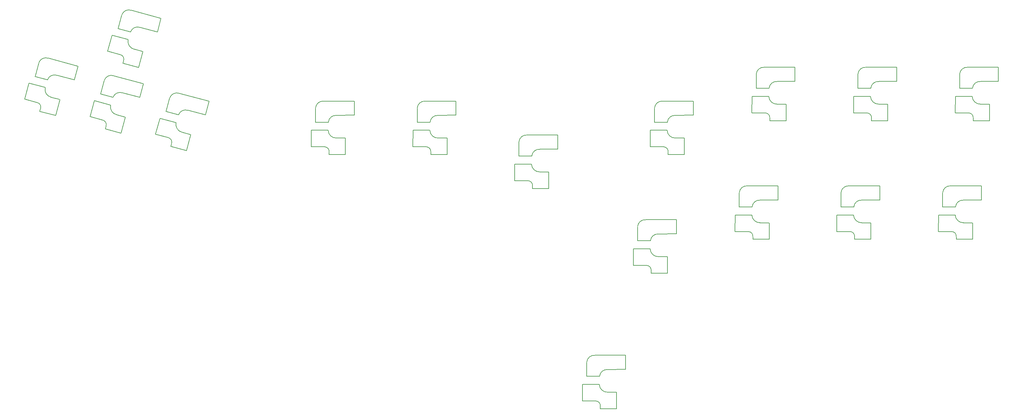
<source format=gbo>
%TF.GenerationSoftware,KiCad,Pcbnew,(6.0.8)*%
%TF.CreationDate,2023-05-29T22:58:42+07:00*%
%TF.ProjectId,hitmixbox002,6869746d-6978-4626-9f78-3030322e6b69,rev?*%
%TF.SameCoordinates,Original*%
%TF.FileFunction,Legend,Bot*%
%TF.FilePolarity,Positive*%
%FSLAX46Y46*%
G04 Gerber Fmt 4.6, Leading zero omitted, Abs format (unit mm)*
G04 Created by KiCad (PCBNEW (6.0.8)) date 2023-05-29 22:58:42*
%MOMM*%
%LPD*%
G01*
G04 APERTURE LIST*
%ADD10C,0.150000*%
G04 APERTURE END LIST*
D10*
%TO.C,SW11*%
X304668750Y-122843750D02*
X304643750Y-127443750D01*
X305843750Y-120547750D02*
X309453750Y-120547750D01*
X316743750Y-114639750D02*
X308118750Y-114639750D01*
X316743750Y-118547750D02*
X316743750Y-114639750D01*
X309368750Y-122818750D02*
X304668750Y-122818750D01*
X314243750Y-125043750D02*
X314243750Y-129643750D01*
X309663750Y-128943750D02*
X309663750Y-129643750D01*
X308443750Y-127468750D02*
X304668750Y-127468750D01*
X314218750Y-125018750D02*
X311668750Y-125018750D01*
X305843750Y-116593750D02*
X305843750Y-120538750D01*
X316743750Y-118593750D02*
X311693750Y-118639750D01*
X314218750Y-129668750D02*
X309668750Y-129668750D01*
X308118750Y-114639750D02*
G75*
G03*
X305854750Y-116523750I-190000J-2074000D01*
G01*
X311718750Y-118643750D02*
G75*
G03*
X309458750Y-120523750I-190000J-2070000D01*
G01*
X309663750Y-128893750D02*
G75*
G03*
X308443750Y-127473750I-1320000J100000D01*
G01*
X309373750Y-122843750D02*
G75*
G03*
X311743750Y-125013750I2270000J100000D01*
G01*
%TO.C,SW15*%
X309456250Y-158356250D02*
X306906250Y-158356250D01*
X311981250Y-147977250D02*
X303356250Y-147977250D01*
X303681250Y-160806250D02*
X299906250Y-160806250D01*
X301081250Y-149931250D02*
X301081250Y-153876250D01*
X311981250Y-151931250D02*
X306931250Y-151977250D01*
X304606250Y-156156250D02*
X299906250Y-156156250D01*
X309456250Y-163006250D02*
X304906250Y-163006250D01*
X309481250Y-158381250D02*
X309481250Y-162981250D01*
X301081250Y-153885250D02*
X304691250Y-153885250D01*
X299906250Y-156181250D02*
X299881250Y-160781250D01*
X304901250Y-162281250D02*
X304901250Y-162981250D01*
X311981250Y-151885250D02*
X311981250Y-147977250D01*
X304611250Y-156181250D02*
G75*
G03*
X306981250Y-158351250I2270000J100000D01*
G01*
X306956250Y-151981250D02*
G75*
G03*
X304696250Y-153861250I-190000J-2070000D01*
G01*
X304901250Y-162231250D02*
G75*
G03*
X303681250Y-160811250I-1320000J100000D01*
G01*
X303356250Y-147977250D02*
G75*
G03*
X301092250Y-149861250I-190000J-2074000D01*
G01*
%TO.C,SW12*%
X338238750Y-128943750D02*
X338238750Y-129643750D01*
X337018750Y-127468750D02*
X333243750Y-127468750D01*
X345318750Y-118593750D02*
X340268750Y-118639750D01*
X345318750Y-114639750D02*
X336693750Y-114639750D01*
X333243750Y-122843750D02*
X333218750Y-127443750D01*
X342793750Y-125018750D02*
X340243750Y-125018750D01*
X345318750Y-118547750D02*
X345318750Y-114639750D01*
X342818750Y-125043750D02*
X342818750Y-129643750D01*
X337943750Y-122818750D02*
X333243750Y-122818750D01*
X334418750Y-120547750D02*
X338028750Y-120547750D01*
X342793750Y-129668750D02*
X338243750Y-129668750D01*
X334418750Y-116593750D02*
X334418750Y-120538750D01*
X336693750Y-114639750D02*
G75*
G03*
X334429750Y-116523750I-190000J-2074000D01*
G01*
X340293750Y-118643750D02*
G75*
G03*
X338033750Y-120523750I-190000J-2070000D01*
G01*
X338238750Y-128893750D02*
G75*
G03*
X337018750Y-127473750I-1320000J100000D01*
G01*
X337948750Y-122843750D02*
G75*
G03*
X340318750Y-125013750I2270000J100000D01*
G01*
%TO.C,SW3*%
X105107226Y-119270813D02*
X96776115Y-117038499D01*
X95866642Y-125262330D02*
X91326790Y-124045880D01*
X104095761Y-123045651D02*
X105107226Y-119270813D01*
X94566323Y-131254977D02*
X94385150Y-131931125D01*
X94072902Y-118337105D02*
X93051861Y-122147682D01*
X99999658Y-128673258D02*
X98809090Y-133116517D01*
X98778472Y-133134194D02*
X94383509Y-131956568D01*
X91320320Y-124070029D02*
X90105604Y-128506817D01*
X99981980Y-128642639D02*
X97518869Y-127982651D01*
X93769652Y-129514477D02*
X90123282Y-128537436D01*
X104083855Y-123090084D02*
X99194024Y-121827480D01*
X93049531Y-122156375D02*
X96536524Y-123090712D01*
X95865001Y-125287772D02*
G75*
G03*
X97592608Y-127997232I2218533J-490927D01*
G01*
X99217137Y-121837814D02*
G75*
G03*
X96547565Y-123068824I-719281J-1950291D01*
G01*
X96776115Y-117038498D02*
G75*
G03*
X94101644Y-118272337I-720316J-1954155D01*
G01*
X94579264Y-131206681D02*
G75*
G03*
X93768358Y-129519307I-1249140J438234D01*
G01*
%TO.C,SW13*%
X254831250Y-161456250D02*
X249781250Y-161502250D01*
X254831250Y-157502250D02*
X246206250Y-157502250D01*
X243931250Y-159456250D02*
X243931250Y-163401250D01*
X246531250Y-170331250D02*
X242756250Y-170331250D01*
X252306250Y-172531250D02*
X247756250Y-172531250D01*
X243931250Y-163410250D02*
X247541250Y-163410250D01*
X252331250Y-167906250D02*
X252331250Y-172506250D01*
X247456250Y-165681250D02*
X242756250Y-165681250D01*
X247751250Y-171806250D02*
X247751250Y-172506250D01*
X254831250Y-161410250D02*
X254831250Y-157502250D01*
X252306250Y-167881250D02*
X249756250Y-167881250D01*
X242756250Y-165706250D02*
X242731250Y-170306250D01*
X249806250Y-161506250D02*
G75*
G03*
X247546250Y-163386250I-190000J-2070000D01*
G01*
X247461250Y-165706250D02*
G75*
G03*
X249831250Y-167876250I2270000J100000D01*
G01*
X247751250Y-171756250D02*
G75*
G03*
X246531250Y-170336250I-1320000J100000D01*
G01*
X246206250Y-157502250D02*
G75*
G03*
X243942250Y-159386250I-190000J-2074000D01*
G01*
%TO.C,SW9*%
X259593750Y-128072750D02*
X259593750Y-124164750D01*
X257068750Y-134543750D02*
X254518750Y-134543750D01*
X248693750Y-126118750D02*
X248693750Y-130063750D01*
X257093750Y-134568750D02*
X257093750Y-139168750D01*
X248693750Y-130072750D02*
X252303750Y-130072750D01*
X259593750Y-128118750D02*
X254543750Y-128164750D01*
X247518750Y-132368750D02*
X247493750Y-136968750D01*
X259593750Y-124164750D02*
X250968750Y-124164750D01*
X251293750Y-136993750D02*
X247518750Y-136993750D01*
X252218750Y-132343750D02*
X247518750Y-132343750D01*
X252513750Y-138468750D02*
X252513750Y-139168750D01*
X257068750Y-139193750D02*
X252518750Y-139193750D01*
X250968750Y-124164750D02*
G75*
G03*
X248704750Y-126048750I-190000J-2074000D01*
G01*
X252513750Y-138418750D02*
G75*
G03*
X251293750Y-136998750I-1320000J100000D01*
G01*
X252223750Y-132368750D02*
G75*
G03*
X254593750Y-134538750I2270000J100000D01*
G01*
X254568750Y-128168750D02*
G75*
G03*
X252308750Y-130048750I-190000J-2070000D01*
G01*
%TO.C,SW10*%
X288168750Y-118547750D02*
X288168750Y-114639750D01*
X285643750Y-125018750D02*
X283093750Y-125018750D01*
X279868750Y-127468750D02*
X276093750Y-127468750D01*
X288168750Y-118593750D02*
X283118750Y-118639750D01*
X277268750Y-120547750D02*
X280878750Y-120547750D01*
X281088750Y-128943750D02*
X281088750Y-129643750D01*
X285643750Y-129668750D02*
X281093750Y-129668750D01*
X280793750Y-122818750D02*
X276093750Y-122818750D01*
X288168750Y-114639750D02*
X279543750Y-114639750D01*
X285668750Y-125043750D02*
X285668750Y-129643750D01*
X277268750Y-116593750D02*
X277268750Y-120538750D01*
X276093750Y-122843750D02*
X276068750Y-127443750D01*
X281088750Y-128893750D02*
G75*
G03*
X279868750Y-127473750I-1320000J100000D01*
G01*
X283143750Y-118643750D02*
G75*
G03*
X280883750Y-120523750I-190000J-2070000D01*
G01*
X279543750Y-114639750D02*
G75*
G03*
X277279750Y-116523750I-190000J-2074000D01*
G01*
X280798750Y-122843750D02*
G75*
G03*
X283168750Y-125013750I2270000J100000D01*
G01*
%TO.C,SW2*%
X85682968Y-118159581D02*
X80793137Y-116896977D01*
X81598771Y-123742755D02*
X80408203Y-128186014D01*
X75368765Y-124583974D02*
X71722395Y-123606933D01*
X86706339Y-114340310D02*
X78375228Y-112107996D01*
X74648644Y-117225872D02*
X78135637Y-118160209D01*
X76165436Y-126324474D02*
X75984263Y-127000622D01*
X85694874Y-118115148D02*
X86706339Y-114340310D01*
X72919433Y-119139526D02*
X71704717Y-123576314D01*
X80377585Y-128203691D02*
X75982622Y-127026065D01*
X75672015Y-113406602D02*
X74650974Y-117217179D01*
X77465755Y-120331827D02*
X72925903Y-119115377D01*
X81581093Y-123712136D02*
X79117982Y-123052148D01*
X77464114Y-120357269D02*
G75*
G03*
X79191721Y-123066729I2218533J-490927D01*
G01*
X80816250Y-116907311D02*
G75*
G03*
X78146678Y-118138321I-719281J-1950291D01*
G01*
X78375228Y-112107995D02*
G75*
G03*
X75700757Y-113341834I-720316J-1954155D01*
G01*
X76178377Y-126276178D02*
G75*
G03*
X75367471Y-124588804I-1249140J438234D01*
G01*
%TO.C,SW6*%
X192918750Y-128118750D02*
X187868750Y-128164750D01*
X190393750Y-134543750D02*
X187843750Y-134543750D01*
X192918750Y-124164750D02*
X184293750Y-124164750D01*
X185838750Y-138468750D02*
X185838750Y-139168750D01*
X182018750Y-130072750D02*
X185628750Y-130072750D01*
X190393750Y-139193750D02*
X185843750Y-139193750D01*
X185543750Y-132343750D02*
X180843750Y-132343750D01*
X182018750Y-126118750D02*
X182018750Y-130063750D01*
X184618750Y-136993750D02*
X180843750Y-136993750D01*
X192918750Y-128072750D02*
X192918750Y-124164750D01*
X180843750Y-132368750D02*
X180818750Y-136968750D01*
X190418750Y-134568750D02*
X190418750Y-139168750D01*
X185838750Y-138418750D02*
G75*
G03*
X184618750Y-136998750I-1320000J100000D01*
G01*
X185548750Y-132368750D02*
G75*
G03*
X187918750Y-134538750I2270000J100000D01*
G01*
X184293750Y-124164750D02*
G75*
G03*
X182029750Y-126048750I-190000J-2074000D01*
G01*
X187893750Y-128168750D02*
G75*
G03*
X185633750Y-130048750I-190000J-2070000D01*
G01*
%TO.C,SW5*%
X156968750Y-132343750D02*
X152268750Y-132343750D01*
X164343750Y-124164750D02*
X155718750Y-124164750D01*
X153443750Y-126118750D02*
X153443750Y-130063750D01*
X164343750Y-128072750D02*
X164343750Y-124164750D01*
X153443750Y-130072750D02*
X157053750Y-130072750D01*
X161843750Y-134568750D02*
X161843750Y-139168750D01*
X157263750Y-138468750D02*
X157263750Y-139168750D01*
X152268750Y-132368750D02*
X152243750Y-136968750D01*
X164343750Y-128118750D02*
X159293750Y-128164750D01*
X161818750Y-139193750D02*
X157268750Y-139193750D01*
X156043750Y-136993750D02*
X152268750Y-136993750D01*
X161818750Y-134543750D02*
X159268750Y-134543750D01*
X155718750Y-124164750D02*
G75*
G03*
X153454750Y-126048750I-190000J-2074000D01*
G01*
X156973750Y-132368750D02*
G75*
G03*
X159343750Y-134538750I2270000J100000D01*
G01*
X159318750Y-128168750D02*
G75*
G03*
X157058750Y-130048750I-190000J-2070000D01*
G01*
X157263750Y-138418750D02*
G75*
G03*
X156043750Y-136998750I-1320000J100000D01*
G01*
%TO.C,SW7*%
X221493750Y-137597750D02*
X221493750Y-133689750D01*
X210593750Y-135643750D02*
X210593750Y-139588750D01*
X214118750Y-141868750D02*
X209418750Y-141868750D01*
X221493750Y-133689750D02*
X212868750Y-133689750D01*
X210593750Y-139597750D02*
X214203750Y-139597750D01*
X218968750Y-148718750D02*
X214418750Y-148718750D01*
X214413750Y-147993750D02*
X214413750Y-148693750D01*
X221493750Y-137643750D02*
X216443750Y-137689750D01*
X209418750Y-141893750D02*
X209393750Y-146493750D01*
X213193750Y-146518750D02*
X209418750Y-146518750D01*
X218993750Y-144093750D02*
X218993750Y-148693750D01*
X218968750Y-144068750D02*
X216418750Y-144068750D01*
X216468750Y-137693750D02*
G75*
G03*
X214208750Y-139573750I-190000J-2070000D01*
G01*
X214413750Y-147943750D02*
G75*
G03*
X213193750Y-146523750I-1320000J100000D01*
G01*
X212868750Y-133689750D02*
G75*
G03*
X210604750Y-135573750I-190000J-2074000D01*
G01*
X214123750Y-141893750D02*
G75*
G03*
X216493750Y-144063750I2270000J100000D01*
G01*
%TO.C,SW14*%
X271331250Y-156181250D02*
X271306250Y-160781250D01*
X283406250Y-151931250D02*
X278356250Y-151977250D01*
X276031250Y-156156250D02*
X271331250Y-156156250D01*
X272506250Y-153885250D02*
X276116250Y-153885250D01*
X276326250Y-162281250D02*
X276326250Y-162981250D01*
X283406250Y-151885250D02*
X283406250Y-147977250D01*
X280881250Y-158356250D02*
X278331250Y-158356250D01*
X283406250Y-147977250D02*
X274781250Y-147977250D01*
X280906250Y-158381250D02*
X280906250Y-162981250D01*
X280881250Y-163006250D02*
X276331250Y-163006250D01*
X275106250Y-160806250D02*
X271331250Y-160806250D01*
X272506250Y-149931250D02*
X272506250Y-153876250D01*
X276036250Y-156181250D02*
G75*
G03*
X278406250Y-158351250I2270000J100000D01*
G01*
X278381250Y-151981250D02*
G75*
G03*
X276121250Y-153861250I-190000J-2070000D01*
G01*
X274781250Y-147977250D02*
G75*
G03*
X272517250Y-149861250I-190000J-2074000D01*
G01*
X276326250Y-162231250D02*
G75*
G03*
X275106250Y-160811250I-1320000J100000D01*
G01*
%TO.C,SW16*%
X338056250Y-158381250D02*
X338056250Y-162981250D01*
X340556250Y-147977250D02*
X331931250Y-147977250D01*
X338031250Y-163006250D02*
X333481250Y-163006250D01*
X333476250Y-162281250D02*
X333476250Y-162981250D01*
X333181250Y-156156250D02*
X328481250Y-156156250D01*
X340556250Y-151885250D02*
X340556250Y-147977250D01*
X329656250Y-153885250D02*
X333266250Y-153885250D01*
X332256250Y-160806250D02*
X328481250Y-160806250D01*
X329656250Y-149931250D02*
X329656250Y-153876250D01*
X338031250Y-158356250D02*
X335481250Y-158356250D01*
X328481250Y-156181250D02*
X328456250Y-160781250D01*
X340556250Y-151931250D02*
X335506250Y-151977250D01*
X335531250Y-151981250D02*
G75*
G03*
X333271250Y-153861250I-190000J-2070000D01*
G01*
X333476250Y-162231250D02*
G75*
G03*
X332256250Y-160811250I-1320000J100000D01*
G01*
X331931250Y-147977250D02*
G75*
G03*
X329667250Y-149861250I-190000J-2074000D01*
G01*
X333186250Y-156181250D02*
G75*
G03*
X335556250Y-158351250I2270000J100000D01*
G01*
%TO.C,SW4*%
X109721207Y-129000532D02*
X108506491Y-133437320D01*
X117179359Y-138064697D02*
X112784396Y-136887071D01*
X114267529Y-130192833D02*
X109727677Y-128976383D01*
X122484742Y-128020587D02*
X117594911Y-126757983D01*
X112473789Y-123267608D02*
X111452748Y-127078185D01*
X118400545Y-133603761D02*
X117209977Y-138047020D01*
X123508113Y-124201316D02*
X115177002Y-121969002D01*
X118382867Y-133573142D02*
X115919756Y-132913154D01*
X122496648Y-127976154D02*
X123508113Y-124201316D01*
X112170539Y-134444980D02*
X108524169Y-133467939D01*
X112967210Y-136185480D02*
X112786037Y-136861628D01*
X111450418Y-127086878D02*
X114937411Y-128021215D01*
X112980151Y-136137184D02*
G75*
G03*
X112169245Y-134449810I-1249140J438234D01*
G01*
X114265888Y-130218275D02*
G75*
G03*
X115993495Y-132927735I2218533J-490927D01*
G01*
X115177002Y-121969001D02*
G75*
G03*
X112502531Y-123202840I-720316J-1954155D01*
G01*
X117618024Y-126768317D02*
G75*
G03*
X114948452Y-127999327I-719281J-1950291D01*
G01*
%TO.C,SW1*%
X104930161Y-110272371D02*
X103739593Y-114715630D01*
X100797145Y-106861443D02*
X96257293Y-105644993D01*
X103708975Y-114733307D02*
X99314012Y-113555681D01*
X97980034Y-103755488D02*
X101467027Y-104689825D01*
X99496826Y-112854090D02*
X99315653Y-113530238D01*
X99003405Y-99936218D02*
X97982364Y-103746795D01*
X109026264Y-104644764D02*
X110037729Y-100869926D01*
X104912483Y-110241752D02*
X102449372Y-109581764D01*
X96250823Y-105669142D02*
X95036107Y-110105930D01*
X109014358Y-104689197D02*
X104124527Y-103426593D01*
X110037729Y-100869926D02*
X101706618Y-98637612D01*
X98700155Y-111113590D02*
X95053785Y-110136549D01*
X101706618Y-98637611D02*
G75*
G03*
X99032147Y-99871450I-720316J-1954155D01*
G01*
X99509767Y-112805794D02*
G75*
G03*
X98698861Y-111118420I-1249140J438234D01*
G01*
X104147640Y-103436927D02*
G75*
G03*
X101478068Y-104667937I-719281J-1950291D01*
G01*
X100795504Y-106886885D02*
G75*
G03*
X102523111Y-109596345I2218533J-490927D01*
G01*
%TO.C,SW8*%
X240543750Y-199510250D02*
X240543750Y-195602250D01*
X228468750Y-203806250D02*
X228443750Y-208406250D01*
X238018750Y-205981250D02*
X235468750Y-205981250D01*
X240543750Y-195602250D02*
X231918750Y-195602250D01*
X233463750Y-209906250D02*
X233463750Y-210606250D01*
X229643750Y-201510250D02*
X233253750Y-201510250D01*
X233168750Y-203781250D02*
X228468750Y-203781250D01*
X229643750Y-197556250D02*
X229643750Y-201501250D01*
X240543750Y-199556250D02*
X235493750Y-199602250D01*
X238043750Y-206006250D02*
X238043750Y-210606250D01*
X238018750Y-210631250D02*
X233468750Y-210631250D01*
X232243750Y-208431250D02*
X228468750Y-208431250D01*
X235518750Y-199606250D02*
G75*
G03*
X233258750Y-201486250I-190000J-2070000D01*
G01*
X233173750Y-203806250D02*
G75*
G03*
X235543750Y-205976250I2270000J100000D01*
G01*
X233463750Y-209856250D02*
G75*
G03*
X232243750Y-208436250I-1320000J100000D01*
G01*
X231918750Y-195602250D02*
G75*
G03*
X229654750Y-197486250I-190000J-2074000D01*
G01*
%TD*%
M02*

</source>
